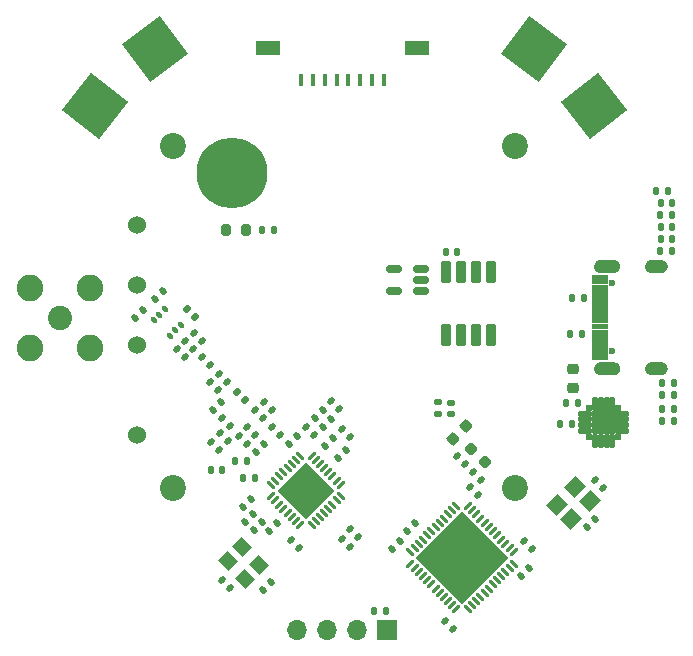
<source format=gbr>
%TF.GenerationSoftware,KiCad,Pcbnew,8.0.1*%
%TF.CreationDate,2025-05-01T03:19:42-07:00*%
%TF.ProjectId,rocketBeaconModule,726f636b-6574-4426-9561-636f6e4d6f64,rev?*%
%TF.SameCoordinates,Original*%
%TF.FileFunction,Soldermask,Top*%
%TF.FilePolarity,Negative*%
%FSLAX46Y46*%
G04 Gerber Fmt 4.6, Leading zero omitted, Abs format (unit mm)*
G04 Created by KiCad (PCBNEW 8.0.1) date 2025-05-01 03:19:42*
%MOMM*%
%LPD*%
G01*
G04 APERTURE LIST*
G04 Aperture macros list*
%AMRoundRect*
0 Rectangle with rounded corners*
0 $1 Rounding radius*
0 $2 $3 $4 $5 $6 $7 $8 $9 X,Y pos of 4 corners*
0 Add a 4 corners polygon primitive as box body*
4,1,4,$2,$3,$4,$5,$6,$7,$8,$9,$2,$3,0*
0 Add four circle primitives for the rounded corners*
1,1,$1+$1,$2,$3*
1,1,$1+$1,$4,$5*
1,1,$1+$1,$6,$7*
1,1,$1+$1,$8,$9*
0 Add four rect primitives between the rounded corners*
20,1,$1+$1,$2,$3,$4,$5,0*
20,1,$1+$1,$4,$5,$6,$7,0*
20,1,$1+$1,$6,$7,$8,$9,0*
20,1,$1+$1,$8,$9,$2,$3,0*%
%AMRotRect*
0 Rectangle, with rotation*
0 The origin of the aperture is its center*
0 $1 length*
0 $2 width*
0 $3 Rotation angle, in degrees counterclockwise*
0 Add horizontal line*
21,1,$1,$2,0,0,$3*%
G04 Aperture macros list end*
%ADD10C,0.010000*%
%ADD11RoundRect,0.140000X-0.219203X-0.021213X-0.021213X-0.219203X0.219203X0.021213X0.021213X0.219203X0*%
%ADD12RoundRect,0.140000X0.219203X0.021213X0.021213X0.219203X-0.219203X-0.021213X-0.021213X-0.219203X0*%
%ADD13RoundRect,0.140000X-0.021213X0.219203X-0.219203X0.021213X0.021213X-0.219203X0.219203X-0.021213X0*%
%ADD14RoundRect,0.062500X0.309359X-0.220971X-0.220971X0.309359X-0.309359X0.220971X0.220971X-0.309359X0*%
%ADD15RoundRect,0.062500X0.309359X0.220971X0.220971X0.309359X-0.309359X-0.220971X-0.220971X-0.309359X0*%
%ADD16RotRect,3.450000X3.450000X135.000000*%
%ADD17RoundRect,0.102000X-0.175000X0.175000X-0.175000X-0.175000X0.175000X-0.175000X0.175000X0.175000X0*%
%ADD18RoundRect,0.102000X-0.150000X-0.450000X0.150000X-0.450000X0.150000X0.450000X-0.150000X0.450000X0*%
%ADD19RoundRect,0.102000X0.450000X-0.150000X0.450000X0.150000X-0.450000X0.150000X-0.450000X-0.150000X0*%
%ADD20RoundRect,0.102000X0.150000X0.450000X-0.150000X0.450000X-0.150000X-0.450000X0.150000X-0.450000X0*%
%ADD21RoundRect,0.102000X-0.450000X0.150000X-0.450000X-0.150000X0.450000X-0.150000X0.450000X0.150000X0*%
%ADD22RoundRect,0.102000X-0.900000X0.900000X-0.900000X-0.900000X0.900000X-0.900000X0.900000X0.900000X0*%
%ADD23RoundRect,0.135000X-0.135000X-0.185000X0.135000X-0.185000X0.135000X0.185000X-0.135000X0.185000X0*%
%ADD24RoundRect,0.140000X0.021213X-0.219203X0.219203X-0.021213X-0.021213X0.219203X-0.219203X0.021213X0*%
%ADD25RoundRect,0.140000X0.170000X-0.140000X0.170000X0.140000X-0.170000X0.140000X-0.170000X-0.140000X0*%
%ADD26R,1.700000X1.700000*%
%ADD27O,1.700000X1.700000*%
%ADD28R,0.400000X1.000000*%
%ADD29R,2.000000X1.300000*%
%ADD30RoundRect,0.140000X-0.140000X-0.170000X0.140000X-0.170000X0.140000X0.170000X-0.140000X0.170000X0*%
%ADD31C,2.200000*%
%ADD32RoundRect,0.135000X-0.185000X0.135000X-0.185000X-0.135000X0.185000X-0.135000X0.185000X0.135000X0*%
%ADD33RoundRect,0.200000X0.200000X0.275000X-0.200000X0.275000X-0.200000X-0.275000X0.200000X-0.275000X0*%
%ADD34RoundRect,0.147500X-0.226274X-0.017678X-0.017678X-0.226274X0.226274X0.017678X0.017678X0.226274X0*%
%ADD35RoundRect,0.140000X0.140000X0.170000X-0.140000X0.170000X-0.140000X-0.170000X0.140000X-0.170000X0*%
%ADD36RoundRect,0.135000X0.135000X0.185000X-0.135000X0.185000X-0.135000X-0.185000X0.135000X-0.185000X0*%
%ADD37RoundRect,0.062500X0.220971X0.309359X-0.309359X-0.220971X-0.220971X-0.309359X0.309359X0.220971X0*%
%ADD38RoundRect,0.062500X-0.220971X0.309359X-0.309359X0.220971X0.220971X-0.309359X0.309359X-0.220971X0*%
%ADD39RotRect,5.600000X5.600000X225.000000*%
%ADD40RoundRect,0.147500X-0.147500X-0.172500X0.147500X-0.172500X0.147500X0.172500X-0.147500X0.172500X0*%
%ADD41RotRect,4.000000X4.000000X37.000000*%
%ADD42RotRect,4.000000X4.000000X52.000000*%
%ADD43RoundRect,0.147500X0.147500X0.172500X-0.147500X0.172500X-0.147500X-0.172500X0.147500X-0.172500X0*%
%ADD44RoundRect,0.100000X-0.229810X0.088388X0.088388X-0.229810X0.229810X-0.088388X-0.088388X0.229810X0*%
%ADD45RoundRect,0.225000X0.250000X-0.225000X0.250000X0.225000X-0.250000X0.225000X-0.250000X-0.225000X0*%
%ADD46RoundRect,0.218750X0.335876X0.026517X0.026517X0.335876X-0.335876X-0.026517X-0.026517X-0.335876X0*%
%ADD47RoundRect,0.150000X0.512500X0.150000X-0.512500X0.150000X-0.512500X-0.150000X0.512500X-0.150000X0*%
%ADD48C,2.050000*%
%ADD49C,2.250000*%
%ADD50RotRect,1.300000X1.100000X315.000000*%
%ADD51C,0.600000*%
%ADD52RoundRect,0.135000X-0.226274X-0.035355X-0.035355X-0.226274X0.226274X0.035355X0.035355X0.226274X0*%
%ADD53RoundRect,0.100500X0.301500X-0.791500X0.301500X0.791500X-0.301500X0.791500X-0.301500X-0.791500X0*%
%ADD54RotRect,1.400000X1.200000X45.000000*%
%ADD55RoundRect,0.225000X0.017678X-0.335876X0.335876X-0.017678X-0.017678X0.335876X-0.335876X0.017678X0*%
%ADD56RotRect,4.000000X4.000000X143.000000*%
%ADD57RotRect,4.000000X4.000000X128.000000*%
%ADD58C,1.524000*%
%ADD59C,6.000000*%
G04 APERTURE END LIST*
D10*
%TO.C,J1*%
X94295000Y-123896000D02*
X93055000Y-123896000D01*
X93055001Y-123196000D01*
X94295000Y-123196000D01*
X94295000Y-123896000D01*
G36*
X94295000Y-123896000D02*
G01*
X93055000Y-123896000D01*
X93055001Y-123196000D01*
X94295000Y-123196000D01*
X94295000Y-123896000D01*
G37*
X94295000Y-124696000D02*
X93055000Y-124696001D01*
X93055000Y-123996000D01*
X94295000Y-123996000D01*
X94295000Y-124696000D01*
G36*
X94295000Y-124696000D02*
G01*
X93055000Y-124696001D01*
X93055000Y-123996000D01*
X94295000Y-123996000D01*
X94295000Y-124696000D01*
G37*
X94295000Y-125195999D02*
X93055000Y-125196000D01*
X93055000Y-124796000D01*
X94295000Y-124796000D01*
X94295000Y-125195999D01*
G36*
X94295000Y-125195999D02*
G01*
X93055000Y-125196000D01*
X93055000Y-124796000D01*
X94295000Y-124796000D01*
X94295000Y-125195999D01*
G37*
X94295000Y-125696000D02*
X93055000Y-125695999D01*
X93055000Y-125296000D01*
X94295000Y-125296000D01*
X94295000Y-125696000D01*
G36*
X94295000Y-125696000D02*
G01*
X93055000Y-125695999D01*
X93055000Y-125296000D01*
X94295000Y-125296000D01*
X94295000Y-125696000D01*
G37*
X94295000Y-125796001D02*
X94295000Y-126196000D01*
X93055000Y-126196000D01*
X93055000Y-125796000D01*
X94295000Y-125796001D01*
G36*
X94295000Y-125796001D02*
G01*
X94295000Y-126196000D01*
X93055000Y-126196000D01*
X93055000Y-125796000D01*
X94295000Y-125796001D01*
G37*
X94295000Y-126696000D02*
X93055000Y-126696000D01*
X93055001Y-126296000D01*
X94295000Y-126296000D01*
X94295000Y-126696000D01*
G36*
X94295000Y-126696000D02*
G01*
X93055000Y-126696000D01*
X93055001Y-126296000D01*
X94295000Y-126296000D01*
X94295000Y-126696000D01*
G37*
X94295000Y-127695999D02*
X93055000Y-127696000D01*
X93055000Y-127296000D01*
X94295000Y-127296000D01*
X94295000Y-127695999D01*
G36*
X94295000Y-127695999D02*
G01*
X93055000Y-127696000D01*
X93055000Y-127296000D01*
X94295000Y-127296000D01*
X94295000Y-127695999D01*
G37*
X94295000Y-128196000D02*
X93055000Y-128196000D01*
X93055000Y-127796001D01*
X94295000Y-127796000D01*
X94295000Y-128196000D01*
G36*
X94295000Y-128196000D02*
G01*
X93055000Y-128196000D01*
X93055000Y-127796001D01*
X94295000Y-127796000D01*
X94295000Y-128196000D01*
G37*
X94295000Y-128296001D02*
X94295000Y-128696000D01*
X93055000Y-128696000D01*
X93055000Y-128296000D01*
X94295000Y-128296001D01*
G36*
X94295000Y-128296001D02*
G01*
X94295000Y-128696000D01*
X93055000Y-128696000D01*
X93055000Y-128296000D01*
X94295000Y-128296001D01*
G37*
X94295000Y-128796000D02*
X94295000Y-129496000D01*
X93055000Y-129496000D01*
X93055000Y-128795999D01*
X94295000Y-128796000D01*
G36*
X94295000Y-128796000D02*
G01*
X94295000Y-129496000D01*
X93055000Y-129496000D01*
X93055000Y-128795999D01*
X94295000Y-128796000D01*
G37*
X94295000Y-127196000D02*
X93055001Y-127196000D01*
X93055000Y-126796000D01*
X94295000Y-126796000D01*
X94295000Y-127196000D01*
G36*
X94295000Y-127196000D02*
G01*
X93055001Y-127196000D01*
X93055000Y-126796000D01*
X94295000Y-126796000D01*
X94295000Y-127196000D01*
G37*
X94295000Y-130296000D02*
X93055001Y-130296000D01*
X93055000Y-129596000D01*
X94295000Y-129596000D01*
X94295000Y-130296000D01*
G36*
X94295000Y-130296000D02*
G01*
X93055001Y-130296000D01*
X93055000Y-129596000D01*
X94295000Y-129596000D01*
X94295000Y-130296000D01*
G37*
X94831000Y-121922000D02*
X94857000Y-121924000D01*
X94883000Y-121927000D01*
X94909001Y-121932000D01*
X94934000Y-121938000D01*
X94960000Y-121945000D01*
X94984000Y-121954000D01*
X95008001Y-121964000D01*
X95032000Y-121975000D01*
X95055000Y-121988000D01*
X95077000Y-122002000D01*
X95099000Y-122016000D01*
X95120000Y-122032001D01*
X95140000Y-122049000D01*
X95159000Y-122067000D01*
X95177000Y-122086000D01*
X95194000Y-122106001D01*
X95210000Y-122127000D01*
X95224000Y-122149000D01*
X95238000Y-122171000D01*
X95251000Y-122194000D01*
X95262000Y-122218000D01*
X95272000Y-122242000D01*
X95281000Y-122266000D01*
X95288000Y-122291999D01*
X95294000Y-122317000D01*
X95299000Y-122343000D01*
X95302000Y-122369000D01*
X95304000Y-122395000D01*
X95305000Y-122421000D01*
X95304000Y-122451000D01*
X95301000Y-122478000D01*
X95297000Y-122504000D01*
X95292000Y-122530000D01*
X95285000Y-122555000D01*
X95278000Y-122580000D01*
X95268000Y-122605000D01*
X95258000Y-122629000D01*
X95246000Y-122652999D01*
X95233000Y-122676000D01*
X95219000Y-122698000D01*
X95203000Y-122720000D01*
X95187000Y-122741000D01*
X95169000Y-122760000D01*
X95151000Y-122779000D01*
X95131000Y-122797000D01*
X95111000Y-122814000D01*
X95090000Y-122830000D01*
X95068000Y-122844000D01*
X95045000Y-122858000D01*
X95021000Y-122870001D01*
X94997000Y-122881000D01*
X94973000Y-122891000D01*
X94948000Y-122899000D01*
X94922000Y-122906000D01*
X94896000Y-122912000D01*
X94869999Y-122916000D01*
X94844000Y-122919000D01*
X94818000Y-122921000D01*
X94795000Y-122921000D01*
X93694999Y-122921000D01*
X93665000Y-122920000D01*
X93640000Y-122917000D01*
X93614000Y-122914000D01*
X93589000Y-122908000D01*
X93563999Y-122902000D01*
X93539000Y-122894000D01*
X93515000Y-122885000D01*
X93491000Y-122875000D01*
X93468000Y-122863000D01*
X93445000Y-122850000D01*
X93422999Y-122836000D01*
X93402001Y-122821000D01*
X93382000Y-122805000D01*
X93362000Y-122788000D01*
X93344000Y-122770000D01*
X93326000Y-122751000D01*
X93310000Y-122731000D01*
X93294000Y-122710000D01*
X93280000Y-122688000D01*
X93267000Y-122666000D01*
X93255000Y-122643000D01*
X93244000Y-122619000D01*
X93235000Y-122595000D01*
X93227000Y-122571000D01*
X93220000Y-122546000D01*
X93214000Y-122520000D01*
X93210000Y-122495000D01*
X93207000Y-122469000D01*
X93205000Y-122443000D01*
X93205000Y-122421000D01*
X93206000Y-122395000D01*
X93208000Y-122369001D01*
X93211000Y-122343000D01*
X93216000Y-122317000D01*
X93222000Y-122292000D01*
X93229000Y-122266000D01*
X93238000Y-122242000D01*
X93248000Y-122218000D01*
X93258999Y-122194000D01*
X93272000Y-122171000D01*
X93286000Y-122149000D01*
X93300000Y-122127000D01*
X93316000Y-122106000D01*
X93333000Y-122086000D01*
X93351000Y-122067000D01*
X93370000Y-122049000D01*
X93390000Y-122032000D01*
X93411001Y-122016000D01*
X93433000Y-122001999D01*
X93455000Y-121988000D01*
X93478000Y-121975000D01*
X93502000Y-121964000D01*
X93526000Y-121954000D01*
X93550000Y-121945000D01*
X93576000Y-121938000D01*
X93601000Y-121932000D01*
X93627000Y-121927000D01*
X93653000Y-121924001D01*
X93679000Y-121922000D01*
X93705000Y-121921000D01*
X94805000Y-121921000D01*
X94831000Y-121922000D01*
G36*
X94831000Y-121922000D02*
G01*
X94857000Y-121924000D01*
X94883000Y-121927000D01*
X94909001Y-121932000D01*
X94934000Y-121938000D01*
X94960000Y-121945000D01*
X94984000Y-121954000D01*
X95008001Y-121964000D01*
X95032000Y-121975000D01*
X95055000Y-121988000D01*
X95077000Y-122002000D01*
X95099000Y-122016000D01*
X95120000Y-122032001D01*
X95140000Y-122049000D01*
X95159000Y-122067000D01*
X95177000Y-122086000D01*
X95194000Y-122106001D01*
X95210000Y-122127000D01*
X95224000Y-122149000D01*
X95238000Y-122171000D01*
X95251000Y-122194000D01*
X95262000Y-122218000D01*
X95272000Y-122242000D01*
X95281000Y-122266000D01*
X95288000Y-122291999D01*
X95294000Y-122317000D01*
X95299000Y-122343000D01*
X95302000Y-122369000D01*
X95304000Y-122395000D01*
X95305000Y-122421000D01*
X95304000Y-122451000D01*
X95301000Y-122478000D01*
X95297000Y-122504000D01*
X95292000Y-122530000D01*
X95285000Y-122555000D01*
X95278000Y-122580000D01*
X95268000Y-122605000D01*
X95258000Y-122629000D01*
X95246000Y-122652999D01*
X95233000Y-122676000D01*
X95219000Y-122698000D01*
X95203000Y-122720000D01*
X95187000Y-122741000D01*
X95169000Y-122760000D01*
X95151000Y-122779000D01*
X95131000Y-122797000D01*
X95111000Y-122814000D01*
X95090000Y-122830000D01*
X95068000Y-122844000D01*
X95045000Y-122858000D01*
X95021000Y-122870001D01*
X94997000Y-122881000D01*
X94973000Y-122891000D01*
X94948000Y-122899000D01*
X94922000Y-122906000D01*
X94896000Y-122912000D01*
X94869999Y-122916000D01*
X94844000Y-122919000D01*
X94818000Y-122921000D01*
X94795000Y-122921000D01*
X93694999Y-122921000D01*
X93665000Y-122920000D01*
X93640000Y-122917000D01*
X93614000Y-122914000D01*
X93589000Y-122908000D01*
X93563999Y-122902000D01*
X93539000Y-122894000D01*
X93515000Y-122885000D01*
X93491000Y-122875000D01*
X93468000Y-122863000D01*
X93445000Y-122850000D01*
X93422999Y-122836000D01*
X93402001Y-122821000D01*
X93382000Y-122805000D01*
X93362000Y-122788000D01*
X93344000Y-122770000D01*
X93326000Y-122751000D01*
X93310000Y-122731000D01*
X93294000Y-122710000D01*
X93280000Y-122688000D01*
X93267000Y-122666000D01*
X93255000Y-122643000D01*
X93244000Y-122619000D01*
X93235000Y-122595000D01*
X93227000Y-122571000D01*
X93220000Y-122546000D01*
X93214000Y-122520000D01*
X93210000Y-122495000D01*
X93207000Y-122469000D01*
X93205000Y-122443000D01*
X93205000Y-122421000D01*
X93206000Y-122395000D01*
X93208000Y-122369001D01*
X93211000Y-122343000D01*
X93216000Y-122317000D01*
X93222000Y-122292000D01*
X93229000Y-122266000D01*
X93238000Y-122242000D01*
X93248000Y-122218000D01*
X93258999Y-122194000D01*
X93272000Y-122171000D01*
X93286000Y-122149000D01*
X93300000Y-122127000D01*
X93316000Y-122106000D01*
X93333000Y-122086000D01*
X93351000Y-122067000D01*
X93370000Y-122049000D01*
X93390000Y-122032000D01*
X93411001Y-122016000D01*
X93433000Y-122001999D01*
X93455000Y-121988000D01*
X93478000Y-121975000D01*
X93502000Y-121964000D01*
X93526000Y-121954000D01*
X93550000Y-121945000D01*
X93576000Y-121938000D01*
X93601000Y-121932000D01*
X93627000Y-121927000D01*
X93653000Y-121924001D01*
X93679000Y-121922000D01*
X93705000Y-121921000D01*
X94805000Y-121921000D01*
X94831000Y-121922000D01*
G37*
X94805000Y-130571000D02*
X94831000Y-130572000D01*
X94857000Y-130574000D01*
X94883000Y-130577000D01*
X94909000Y-130582000D01*
X94934000Y-130588000D01*
X94960000Y-130595000D01*
X94984001Y-130604000D01*
X95008000Y-130614000D01*
X95032000Y-130625000D01*
X95055000Y-130638000D01*
X95077000Y-130652001D01*
X95099000Y-130666000D01*
X95120000Y-130682000D01*
X95140000Y-130699000D01*
X95159000Y-130717000D01*
X95177000Y-130736000D01*
X95194000Y-130756000D01*
X95210000Y-130777000D01*
X95224000Y-130799000D01*
X95238000Y-130821000D01*
X95251000Y-130844001D01*
X95262000Y-130868000D01*
X95272000Y-130892000D01*
X95281000Y-130916000D01*
X95288000Y-130942000D01*
X95294000Y-130967000D01*
X95299000Y-130993000D01*
X95302000Y-131019000D01*
X95304000Y-131045000D01*
X95305000Y-131071000D01*
X95304000Y-131097000D01*
X95302000Y-131123000D01*
X95299000Y-131149000D01*
X95294000Y-131175000D01*
X95288000Y-131200001D01*
X95281000Y-131226000D01*
X95272000Y-131250000D01*
X95262000Y-131274000D01*
X95251000Y-131298000D01*
X95238000Y-131321000D01*
X95224000Y-131343000D01*
X95210000Y-131365000D01*
X95194000Y-131385999D01*
X95177000Y-131406000D01*
X95159000Y-131425000D01*
X95140000Y-131443000D01*
X95120000Y-131459999D01*
X95099000Y-131476000D01*
X95077000Y-131490000D01*
X95055000Y-131504000D01*
X95032000Y-131517000D01*
X95008001Y-131528000D01*
X94984000Y-131538000D01*
X94960000Y-131547000D01*
X94934000Y-131554000D01*
X94909001Y-131560000D01*
X94883000Y-131565000D01*
X94857000Y-131568000D01*
X94831000Y-131570000D01*
X94805000Y-131571000D01*
X93705000Y-131571000D01*
X93679000Y-131570000D01*
X93653000Y-131567999D01*
X93627000Y-131565000D01*
X93601000Y-131560000D01*
X93576000Y-131554000D01*
X93550000Y-131547000D01*
X93526000Y-131538000D01*
X93502000Y-131528000D01*
X93478000Y-131517000D01*
X93455000Y-131504000D01*
X93433000Y-131490001D01*
X93411001Y-131476000D01*
X93390000Y-131460000D01*
X93370000Y-131443000D01*
X93351000Y-131425000D01*
X93333000Y-131406000D01*
X93316000Y-131386000D01*
X93300000Y-131365000D01*
X93286000Y-131343000D01*
X93272000Y-131321000D01*
X93258999Y-131298000D01*
X93248000Y-131274000D01*
X93238000Y-131250000D01*
X93229000Y-131226000D01*
X93222000Y-131200000D01*
X93216000Y-131175000D01*
X93211000Y-131149000D01*
X93208000Y-131122999D01*
X93206000Y-131097000D01*
X93205000Y-131071000D01*
X93206000Y-131045000D01*
X93208000Y-131019000D01*
X93211000Y-130993000D01*
X93216000Y-130967000D01*
X93221999Y-130942000D01*
X93229000Y-130916000D01*
X93238000Y-130892000D01*
X93248000Y-130868000D01*
X93259000Y-130844000D01*
X93272000Y-130821000D01*
X93286000Y-130799000D01*
X93300000Y-130777000D01*
X93316000Y-130756000D01*
X93333000Y-130736000D01*
X93351000Y-130717000D01*
X93370000Y-130699000D01*
X93390000Y-130682000D01*
X93411000Y-130666000D01*
X93433000Y-130652000D01*
X93455000Y-130638000D01*
X93478000Y-130625000D01*
X93502000Y-130614000D01*
X93526000Y-130604000D01*
X93549999Y-130595000D01*
X93576000Y-130588000D01*
X93601000Y-130582001D01*
X93627000Y-130577000D01*
X93653000Y-130574000D01*
X93679000Y-130572000D01*
X93705000Y-130570999D01*
X94805000Y-130571000D01*
G36*
X94805000Y-130571000D02*
G01*
X94831000Y-130572000D01*
X94857000Y-130574000D01*
X94883000Y-130577000D01*
X94909000Y-130582000D01*
X94934000Y-130588000D01*
X94960000Y-130595000D01*
X94984001Y-130604000D01*
X95008000Y-130614000D01*
X95032000Y-130625000D01*
X95055000Y-130638000D01*
X95077000Y-130652001D01*
X95099000Y-130666000D01*
X95120000Y-130682000D01*
X95140000Y-130699000D01*
X95159000Y-130717000D01*
X95177000Y-130736000D01*
X95194000Y-130756000D01*
X95210000Y-130777000D01*
X95224000Y-130799000D01*
X95238000Y-130821000D01*
X95251000Y-130844001D01*
X95262000Y-130868000D01*
X95272000Y-130892000D01*
X95281000Y-130916000D01*
X95288000Y-130942000D01*
X95294000Y-130967000D01*
X95299000Y-130993000D01*
X95302000Y-131019000D01*
X95304000Y-131045000D01*
X95305000Y-131071000D01*
X95304000Y-131097000D01*
X95302000Y-131123000D01*
X95299000Y-131149000D01*
X95294000Y-131175000D01*
X95288000Y-131200001D01*
X95281000Y-131226000D01*
X95272000Y-131250000D01*
X95262000Y-131274000D01*
X95251000Y-131298000D01*
X95238000Y-131321000D01*
X95224000Y-131343000D01*
X95210000Y-131365000D01*
X95194000Y-131385999D01*
X95177000Y-131406000D01*
X95159000Y-131425000D01*
X95140000Y-131443000D01*
X95120000Y-131459999D01*
X95099000Y-131476000D01*
X95077000Y-131490000D01*
X95055000Y-131504000D01*
X95032000Y-131517000D01*
X95008001Y-131528000D01*
X94984000Y-131538000D01*
X94960000Y-131547000D01*
X94934000Y-131554000D01*
X94909001Y-131560000D01*
X94883000Y-131565000D01*
X94857000Y-131568000D01*
X94831000Y-131570000D01*
X94805000Y-131571000D01*
X93705000Y-131571000D01*
X93679000Y-131570000D01*
X93653000Y-131567999D01*
X93627000Y-131565000D01*
X93601000Y-131560000D01*
X93576000Y-131554000D01*
X93550000Y-131547000D01*
X93526000Y-131538000D01*
X93502000Y-131528000D01*
X93478000Y-131517000D01*
X93455000Y-131504000D01*
X93433000Y-131490001D01*
X93411001Y-131476000D01*
X93390000Y-131460000D01*
X93370000Y-131443000D01*
X93351000Y-131425000D01*
X93333000Y-131406000D01*
X93316000Y-131386000D01*
X93300000Y-131365000D01*
X93286000Y-131343000D01*
X93272000Y-131321000D01*
X93258999Y-131298000D01*
X93248000Y-131274000D01*
X93238000Y-131250000D01*
X93229000Y-131226000D01*
X93222000Y-131200000D01*
X93216000Y-131175000D01*
X93211000Y-131149000D01*
X93208000Y-131122999D01*
X93206000Y-131097000D01*
X93205000Y-131071000D01*
X93206000Y-131045000D01*
X93208000Y-131019000D01*
X93211000Y-130993000D01*
X93216000Y-130967000D01*
X93221999Y-130942000D01*
X93229000Y-130916000D01*
X93238000Y-130892000D01*
X93248000Y-130868000D01*
X93259000Y-130844000D01*
X93272000Y-130821000D01*
X93286000Y-130799000D01*
X93300000Y-130777000D01*
X93316000Y-130756000D01*
X93333000Y-130736000D01*
X93351000Y-130717000D01*
X93370000Y-130699000D01*
X93390000Y-130682000D01*
X93411000Y-130666000D01*
X93433000Y-130652000D01*
X93455000Y-130638000D01*
X93478000Y-130625000D01*
X93502000Y-130614000D01*
X93526000Y-130604000D01*
X93549999Y-130595000D01*
X93576000Y-130588000D01*
X93601000Y-130582001D01*
X93627000Y-130577000D01*
X93653000Y-130574000D01*
X93679000Y-130572000D01*
X93705000Y-130570999D01*
X94805000Y-130571000D01*
G37*
X98851000Y-121921999D02*
X98877000Y-121924000D01*
X98903000Y-121926999D01*
X98929000Y-121932000D01*
X98954000Y-121938000D01*
X98980000Y-121945000D01*
X99004000Y-121954000D01*
X99028000Y-121964000D01*
X99051999Y-121975000D01*
X99074999Y-121988000D01*
X99097000Y-122002000D01*
X99119000Y-122016000D01*
X99140000Y-122032000D01*
X99160000Y-122049000D01*
X99179000Y-122067000D01*
X99197000Y-122086000D01*
X99214000Y-122106000D01*
X99230000Y-122127000D01*
X99244000Y-122149001D01*
X99257999Y-122171000D01*
X99271000Y-122194000D01*
X99282000Y-122218000D01*
X99292001Y-122242000D01*
X99301000Y-122266000D01*
X99308000Y-122292000D01*
X99314000Y-122317000D01*
X99319000Y-122343000D01*
X99322000Y-122369000D01*
X99324000Y-122394999D01*
X99325000Y-122421000D01*
X99324000Y-122447000D01*
X99322000Y-122473000D01*
X99319000Y-122499000D01*
X99314000Y-122525000D01*
X99308000Y-122550000D01*
X99301000Y-122576000D01*
X99292000Y-122600000D01*
X99282000Y-122624000D01*
X99271000Y-122648000D01*
X99258000Y-122671000D01*
X99244000Y-122693000D01*
X99230000Y-122715001D01*
X99214000Y-122736000D01*
X99196999Y-122756000D01*
X99179000Y-122774999D01*
X99160000Y-122792999D01*
X99140000Y-122810000D01*
X99119001Y-122826000D01*
X99097000Y-122840000D01*
X99075000Y-122854000D01*
X99052000Y-122867000D01*
X99027999Y-122878000D01*
X99004000Y-122888000D01*
X98980000Y-122897000D01*
X98954000Y-122904000D01*
X98929000Y-122910000D01*
X98903000Y-122915000D01*
X98877000Y-122918000D01*
X98851000Y-122920000D01*
X98825000Y-122921000D01*
X98025000Y-122921000D01*
X97999000Y-122920000D01*
X97973000Y-122918000D01*
X97947000Y-122915000D01*
X97921000Y-122910000D01*
X97896000Y-122904000D01*
X97870000Y-122897000D01*
X97846000Y-122888000D01*
X97822001Y-122878000D01*
X97798000Y-122867000D01*
X97775000Y-122854000D01*
X97753000Y-122840000D01*
X97730999Y-122826000D01*
X97710000Y-122810000D01*
X97690000Y-122792999D01*
X97671000Y-122774999D01*
X97653001Y-122756000D01*
X97636000Y-122736000D01*
X97620000Y-122715001D01*
X97606000Y-122693000D01*
X97592000Y-122671000D01*
X97579000Y-122648000D01*
X97568000Y-122624000D01*
X97558000Y-122600000D01*
X97549000Y-122576000D01*
X97542000Y-122550000D01*
X97536000Y-122525000D01*
X97531000Y-122499000D01*
X97528000Y-122473000D01*
X97526000Y-122447000D01*
X97525000Y-122421000D01*
X97526000Y-122394999D01*
X97528000Y-122369000D01*
X97531000Y-122343000D01*
X97536000Y-122317000D01*
X97542000Y-122292000D01*
X97549000Y-122266000D01*
X97557999Y-122242000D01*
X97568000Y-122218000D01*
X97579000Y-122194000D01*
X97592001Y-122171000D01*
X97606000Y-122149001D01*
X97620000Y-122127000D01*
X97636000Y-122106000D01*
X97653000Y-122086000D01*
X97671000Y-122067000D01*
X97690000Y-122049000D01*
X97710000Y-122032000D01*
X97731000Y-122016000D01*
X97753000Y-122002000D01*
X97775001Y-121988000D01*
X97798001Y-121975000D01*
X97822000Y-121964000D01*
X97846000Y-121954000D01*
X97870000Y-121945000D01*
X97896000Y-121938000D01*
X97921000Y-121932000D01*
X97947000Y-121926999D01*
X97973000Y-121924000D01*
X97999000Y-121921999D01*
X98025000Y-121921000D01*
X98825000Y-121921000D01*
X98851000Y-121921999D01*
G36*
X98851000Y-121921999D02*
G01*
X98877000Y-121924000D01*
X98903000Y-121926999D01*
X98929000Y-121932000D01*
X98954000Y-121938000D01*
X98980000Y-121945000D01*
X99004000Y-121954000D01*
X99028000Y-121964000D01*
X99051999Y-121975000D01*
X99074999Y-121988000D01*
X99097000Y-122002000D01*
X99119000Y-122016000D01*
X99140000Y-122032000D01*
X99160000Y-122049000D01*
X99179000Y-122067000D01*
X99197000Y-122086000D01*
X99214000Y-122106000D01*
X99230000Y-122127000D01*
X99244000Y-122149001D01*
X99257999Y-122171000D01*
X99271000Y-122194000D01*
X99282000Y-122218000D01*
X99292001Y-122242000D01*
X99301000Y-122266000D01*
X99308000Y-122292000D01*
X99314000Y-122317000D01*
X99319000Y-122343000D01*
X99322000Y-122369000D01*
X99324000Y-122394999D01*
X99325000Y-122421000D01*
X99324000Y-122447000D01*
X99322000Y-122473000D01*
X99319000Y-122499000D01*
X99314000Y-122525000D01*
X99308000Y-122550000D01*
X99301000Y-122576000D01*
X99292000Y-122600000D01*
X99282000Y-122624000D01*
X99271000Y-122648000D01*
X99258000Y-122671000D01*
X99244000Y-122693000D01*
X99230000Y-122715001D01*
X99214000Y-122736000D01*
X99196999Y-122756000D01*
X99179000Y-122774999D01*
X99160000Y-122792999D01*
X99140000Y-122810000D01*
X99119001Y-122826000D01*
X99097000Y-122840000D01*
X99075000Y-122854000D01*
X99052000Y-122867000D01*
X99027999Y-122878000D01*
X99004000Y-122888000D01*
X98980000Y-122897000D01*
X98954000Y-122904000D01*
X98929000Y-122910000D01*
X98903000Y-122915000D01*
X98877000Y-122918000D01*
X98851000Y-122920000D01*
X98825000Y-122921000D01*
X98025000Y-122921000D01*
X97999000Y-122920000D01*
X97973000Y-122918000D01*
X97947000Y-122915000D01*
X97921000Y-122910000D01*
X97896000Y-122904000D01*
X97870000Y-122897000D01*
X97846000Y-122888000D01*
X97822001Y-122878000D01*
X97798000Y-122867000D01*
X97775000Y-122854000D01*
X97753000Y-122840000D01*
X97730999Y-122826000D01*
X97710000Y-122810000D01*
X97690000Y-122792999D01*
X97671000Y-122774999D01*
X97653001Y-122756000D01*
X97636000Y-122736000D01*
X97620000Y-122715001D01*
X97606000Y-122693000D01*
X97592000Y-122671000D01*
X97579000Y-122648000D01*
X97568000Y-122624000D01*
X97558000Y-122600000D01*
X97549000Y-122576000D01*
X97542000Y-122550000D01*
X97536000Y-122525000D01*
X97531000Y-122499000D01*
X97528000Y-122473000D01*
X97526000Y-122447000D01*
X97525000Y-122421000D01*
X97526000Y-122394999D01*
X97528000Y-122369000D01*
X97531000Y-122343000D01*
X97536000Y-122317000D01*
X97542000Y-122292000D01*
X97549000Y-122266000D01*
X97557999Y-122242000D01*
X97568000Y-122218000D01*
X97579000Y-122194000D01*
X97592001Y-122171000D01*
X97606000Y-122149001D01*
X97620000Y-122127000D01*
X97636000Y-122106000D01*
X97653000Y-122086000D01*
X97671000Y-122067000D01*
X97690000Y-122049000D01*
X97710000Y-122032000D01*
X97731000Y-122016000D01*
X97753000Y-122002000D01*
X97775001Y-121988000D01*
X97798001Y-121975000D01*
X97822000Y-121964000D01*
X97846000Y-121954000D01*
X97870000Y-121945000D01*
X97896000Y-121938000D01*
X97921000Y-121932000D01*
X97947000Y-121926999D01*
X97973000Y-121924000D01*
X97999000Y-121921999D01*
X98025000Y-121921000D01*
X98825000Y-121921000D01*
X98851000Y-121921999D01*
G37*
X98851000Y-130572000D02*
X98877000Y-130574000D01*
X98903000Y-130577000D01*
X98929000Y-130582000D01*
X98954000Y-130588000D01*
X98980000Y-130595000D01*
X99004000Y-130604000D01*
X99027999Y-130614000D01*
X99052000Y-130625000D01*
X99075000Y-130638000D01*
X99097000Y-130652000D01*
X99119001Y-130666000D01*
X99140000Y-130682000D01*
X99160000Y-130699001D01*
X99179000Y-130717001D01*
X99196999Y-130736000D01*
X99214000Y-130756000D01*
X99230000Y-130776999D01*
X99244000Y-130799000D01*
X99258000Y-130821000D01*
X99271000Y-130844000D01*
X99282000Y-130868000D01*
X99292000Y-130892000D01*
X99301000Y-130916000D01*
X99308000Y-130942000D01*
X99314000Y-130967000D01*
X99319000Y-130993000D01*
X99322000Y-131019000D01*
X99324000Y-131045000D01*
X99325000Y-131071000D01*
X99324000Y-131097001D01*
X99322000Y-131123000D01*
X99319000Y-131149000D01*
X99314000Y-131175000D01*
X99308000Y-131200000D01*
X99301000Y-131226000D01*
X99292001Y-131250000D01*
X99282000Y-131274000D01*
X99271000Y-131298000D01*
X99257999Y-131321000D01*
X99244000Y-131342999D01*
X99230000Y-131365000D01*
X99214000Y-131386000D01*
X99197000Y-131406000D01*
X99179000Y-131425000D01*
X99160000Y-131443000D01*
X99140000Y-131460000D01*
X99119000Y-131476000D01*
X99097000Y-131490000D01*
X99074999Y-131504000D01*
X99051999Y-131517000D01*
X99028000Y-131528000D01*
X99004000Y-131538000D01*
X98980000Y-131547000D01*
X98954000Y-131554000D01*
X98929000Y-131560000D01*
X98903000Y-131565001D01*
X98877000Y-131568000D01*
X98851000Y-131570001D01*
X98825000Y-131571000D01*
X98025000Y-131571000D01*
X97999000Y-131570001D01*
X97973000Y-131568000D01*
X97947000Y-131565001D01*
X97921000Y-131560000D01*
X97896000Y-131554000D01*
X97870000Y-131547000D01*
X97846000Y-131538000D01*
X97822000Y-131528000D01*
X97798001Y-131517000D01*
X97775001Y-131504000D01*
X97753000Y-131490000D01*
X97731000Y-131476000D01*
X97710000Y-131460000D01*
X97690000Y-131443000D01*
X97671000Y-131425000D01*
X97653000Y-131406000D01*
X97636000Y-131386000D01*
X97620000Y-131365000D01*
X97606000Y-131342999D01*
X97592001Y-131321000D01*
X97579000Y-131298000D01*
X97568000Y-131274000D01*
X97557999Y-131250000D01*
X97549000Y-131226000D01*
X97542000Y-131200000D01*
X97536000Y-131175000D01*
X97531000Y-131149000D01*
X97528000Y-131123000D01*
X97526000Y-131097001D01*
X97525000Y-131071000D01*
X97526000Y-131045000D01*
X97528000Y-131019000D01*
X97531000Y-130993000D01*
X97536000Y-130967000D01*
X97542000Y-130942000D01*
X97549000Y-130916000D01*
X97558000Y-130892000D01*
X97568000Y-130868000D01*
X97579000Y-130844000D01*
X97592000Y-130821000D01*
X97606000Y-130799000D01*
X97620000Y-130776999D01*
X97636000Y-130756000D01*
X97653001Y-130736000D01*
X97671000Y-130717001D01*
X97690000Y-130699001D01*
X97710000Y-130682000D01*
X97730999Y-130666000D01*
X97753000Y-130652000D01*
X97775000Y-130638000D01*
X97798000Y-130625000D01*
X97822001Y-130614000D01*
X97846000Y-130604000D01*
X97870000Y-130595000D01*
X97896000Y-130588000D01*
X97921000Y-130582000D01*
X97947000Y-130577000D01*
X97973000Y-130574000D01*
X97999000Y-130572000D01*
X98025000Y-130571000D01*
X98825000Y-130571000D01*
X98851000Y-130572000D01*
G36*
X98851000Y-130572000D02*
G01*
X98877000Y-130574000D01*
X98903000Y-130577000D01*
X98929000Y-130582000D01*
X98954000Y-130588000D01*
X98980000Y-130595000D01*
X99004000Y-130604000D01*
X99027999Y-130614000D01*
X99052000Y-130625000D01*
X99075000Y-130638000D01*
X99097000Y-130652000D01*
X99119001Y-130666000D01*
X99140000Y-130682000D01*
X99160000Y-130699001D01*
X99179000Y-130717001D01*
X99196999Y-130736000D01*
X99214000Y-130756000D01*
X99230000Y-130776999D01*
X99244000Y-130799000D01*
X99258000Y-130821000D01*
X99271000Y-130844000D01*
X99282000Y-130868000D01*
X99292000Y-130892000D01*
X99301000Y-130916000D01*
X99308000Y-130942000D01*
X99314000Y-130967000D01*
X99319000Y-130993000D01*
X99322000Y-131019000D01*
X99324000Y-131045000D01*
X99325000Y-131071000D01*
X99324000Y-131097001D01*
X99322000Y-131123000D01*
X99319000Y-131149000D01*
X99314000Y-131175000D01*
X99308000Y-131200000D01*
X99301000Y-131226000D01*
X99292001Y-131250000D01*
X99282000Y-131274000D01*
X99271000Y-131298000D01*
X99257999Y-131321000D01*
X99244000Y-131342999D01*
X99230000Y-131365000D01*
X99214000Y-131386000D01*
X99197000Y-131406000D01*
X99179000Y-131425000D01*
X99160000Y-131443000D01*
X99140000Y-131460000D01*
X99119000Y-131476000D01*
X99097000Y-131490000D01*
X99074999Y-131504000D01*
X99051999Y-131517000D01*
X99028000Y-131528000D01*
X99004000Y-131538000D01*
X98980000Y-131547000D01*
X98954000Y-131554000D01*
X98929000Y-131560000D01*
X98903000Y-131565001D01*
X98877000Y-131568000D01*
X98851000Y-131570001D01*
X98825000Y-131571000D01*
X98025000Y-131571000D01*
X97999000Y-131570001D01*
X97973000Y-131568000D01*
X97947000Y-131565001D01*
X97921000Y-131560000D01*
X97896000Y-131554000D01*
X97870000Y-131547000D01*
X97846000Y-131538000D01*
X97822000Y-131528000D01*
X97798001Y-131517000D01*
X97775001Y-131504000D01*
X97753000Y-131490000D01*
X97731000Y-131476000D01*
X97710000Y-131460000D01*
X97690000Y-131443000D01*
X97671000Y-131425000D01*
X97653000Y-131406000D01*
X97636000Y-131386000D01*
X97620000Y-131365000D01*
X97606000Y-131342999D01*
X97592001Y-131321000D01*
X97579000Y-131298000D01*
X97568000Y-131274000D01*
X97557999Y-131250000D01*
X97549000Y-131226000D01*
X97542000Y-131200000D01*
X97536000Y-131175000D01*
X97531000Y-131149000D01*
X97528000Y-131123000D01*
X97526000Y-131097001D01*
X97525000Y-131071000D01*
X97526000Y-131045000D01*
X97528000Y-131019000D01*
X97531000Y-130993000D01*
X97536000Y-130967000D01*
X97542000Y-130942000D01*
X97549000Y-130916000D01*
X97558000Y-130892000D01*
X97568000Y-130868000D01*
X97579000Y-130844000D01*
X97592000Y-130821000D01*
X97606000Y-130799000D01*
X97620000Y-130776999D01*
X97636000Y-130756000D01*
X97653001Y-130736000D01*
X97671000Y-130717001D01*
X97690000Y-130699001D01*
X97710000Y-130682000D01*
X97730999Y-130666000D01*
X97753000Y-130652000D01*
X97775000Y-130638000D01*
X97798000Y-130625000D01*
X97822001Y-130614000D01*
X97846000Y-130604000D01*
X97870000Y-130595000D01*
X97896000Y-130588000D01*
X97921000Y-130582000D01*
X97947000Y-130577000D01*
X97973000Y-130574000D01*
X97999000Y-130572000D01*
X98025000Y-130571000D01*
X98825000Y-130571000D01*
X98851000Y-130572000D01*
G37*
%TD*%
D11*
%TO.C,R9*%
X68782827Y-136038674D03*
X69461649Y-136717496D03*
%TD*%
D12*
%TO.C,C7*%
X87969411Y-146389411D03*
X87290589Y-145710589D03*
%TD*%
D13*
%TO.C,L1*%
X68044607Y-136776893D03*
X67365785Y-137455715D03*
%TD*%
D14*
%TO.C,U3*%
X69268963Y-144387837D03*
X69622516Y-144034283D03*
X69976070Y-143680730D03*
X70329623Y-143327176D03*
X70683176Y-142973623D03*
X71036730Y-142620070D03*
X71390283Y-142266516D03*
X71743837Y-141912963D03*
D15*
X71743837Y-140940691D03*
X71390283Y-140587138D03*
X71036730Y-140233584D03*
X70683176Y-139880031D03*
X70329623Y-139526478D03*
X69976070Y-139172924D03*
X69622516Y-138819371D03*
X69268963Y-138465817D03*
D14*
X68296691Y-138465817D03*
X67943138Y-138819371D03*
X67589584Y-139172924D03*
X67236031Y-139526478D03*
X66882478Y-139880031D03*
X66528924Y-140233584D03*
X66175371Y-140587138D03*
X65821817Y-140940691D03*
D15*
X65821817Y-141912963D03*
X66175371Y-142266516D03*
X66528924Y-142620070D03*
X66882478Y-142973623D03*
X67236031Y-143327176D03*
X67589584Y-143680730D03*
X67943138Y-144034283D03*
X68296691Y-144387837D03*
D16*
X68782827Y-141426827D03*
%TD*%
D17*
%TO.C,U2*%
X95242000Y-134412000D03*
D18*
X94742001Y-134112000D03*
X94242000Y-134112000D03*
X93742000Y-134112000D03*
X93241999Y-134112000D03*
D17*
X92742000Y-134412000D03*
D19*
X92442000Y-134911999D03*
X92442000Y-135412000D03*
X92442000Y-135912000D03*
X92442000Y-136412001D03*
D17*
X92742000Y-136912000D03*
D20*
X93241999Y-137212000D03*
X93742000Y-137212000D03*
X94242000Y-137212000D03*
X94742001Y-137212000D03*
D17*
X95242000Y-136912000D03*
D21*
X95542000Y-136412001D03*
X95542000Y-135912000D03*
X95542000Y-135412000D03*
X95542000Y-134911999D03*
D22*
X93992000Y-135662000D03*
%TD*%
D13*
%TO.C,C36*%
X65815068Y-149210245D03*
X65136246Y-149889067D03*
%TD*%
D23*
%TO.C,R3*%
X91184000Y-128143000D03*
X92204000Y-128143000D03*
%TD*%
D12*
%TO.C,C11*%
X83651411Y-140547411D03*
X82972589Y-139868589D03*
%TD*%
D24*
%TO.C,C26*%
X69540846Y-135280655D03*
X70219668Y-134601833D03*
%TD*%
D11*
%TO.C,C16*%
X72558589Y-144694589D03*
X73237411Y-145373411D03*
%TD*%
D23*
%TO.C,R10*%
X98931000Y-132334000D03*
X99951000Y-132334000D03*
%TD*%
D12*
%TO.C,L7*%
X62077600Y-132232400D03*
X61398778Y-131553578D03*
%TD*%
D11*
%TO.C,C32*%
X60767702Y-137315824D03*
X61446524Y-137994646D03*
%TD*%
D24*
%TO.C,C29*%
X63434272Y-142824070D03*
X64113094Y-142145248D03*
%TD*%
D12*
%TO.C,C70*%
X59978611Y-128761811D03*
X59299789Y-128082989D03*
%TD*%
%TO.C,C8*%
X81280000Y-153162000D03*
X80601178Y-152483178D03*
%TD*%
%TO.C,C68*%
X59267411Y-129422211D03*
X58588589Y-128743389D03*
%TD*%
D24*
%TO.C,C3*%
X92624589Y-144484411D03*
X93303411Y-143805589D03*
%TD*%
D12*
%TO.C,L6*%
X62324751Y-135999191D03*
X61645929Y-135320369D03*
%TD*%
D25*
%TO.C,C67*%
X81076800Y-134947600D03*
X81076800Y-133987600D03*
%TD*%
D26*
%TO.C,J6*%
X75631200Y-153263600D03*
D27*
X73091200Y-153263600D03*
X70551201Y-153263600D03*
X68011200Y-153263600D03*
%TD*%
D12*
%TO.C,C10*%
X83397411Y-141817411D03*
X82718589Y-141138589D03*
%TD*%
D11*
%TO.C,C33*%
X63102569Y-136777009D03*
X63781391Y-137455831D03*
%TD*%
D28*
%TO.C,EX1*%
X75382000Y-106693999D03*
X74382000Y-106693999D03*
X73382000Y-106693999D03*
X72382000Y-106693999D03*
X71382000Y-106693999D03*
X70382000Y-106693999D03*
X69382000Y-106693999D03*
X68382000Y-106693999D03*
D29*
X78182000Y-103993999D03*
X65582000Y-103993999D03*
%TD*%
D30*
%TO.C,C20*%
X62816800Y-138938000D03*
X63776800Y-138938000D03*
%TD*%
D31*
%TO.C,H1*%
X86512400Y-141224000D03*
%TD*%
D23*
%TO.C,R17*%
X65072801Y-119329200D03*
X66092799Y-119329200D03*
%TD*%
D12*
%TO.C,C37*%
X61339381Y-132931022D03*
X60660559Y-132252200D03*
%TD*%
D32*
%TO.C,R18*%
X80010000Y-133957601D03*
X80010000Y-134977599D03*
%TD*%
D33*
%TO.C,TH1*%
X63715400Y-119329200D03*
X62065400Y-119329200D03*
%TD*%
D24*
%TO.C,C73*%
X55997789Y-125205811D03*
X56676611Y-124526989D03*
%TD*%
D34*
%TO.C,L16*%
X62953853Y-133057853D03*
X63639747Y-133743747D03*
%TD*%
D11*
%TO.C,C6*%
X93259589Y-140503589D03*
X93938411Y-141182411D03*
%TD*%
D12*
%TO.C,R13*%
X60640759Y-130795559D03*
X59961937Y-130116737D03*
%TD*%
D35*
%TO.C,C21*%
X64465200Y-140349196D03*
X63505200Y-140349196D03*
%TD*%
D13*
%TO.C,C4*%
X87715411Y-147996589D03*
X87036589Y-148675411D03*
%TD*%
D23*
%TO.C,R11*%
X98931000Y-135509000D03*
X99951000Y-135509000D03*
%TD*%
D35*
%TO.C,C24*%
X61694000Y-139700000D03*
X60734000Y-139700000D03*
%TD*%
D36*
%TO.C,R5*%
X99823999Y-121158000D03*
X98804001Y-121158000D03*
%TD*%
D31*
%TO.C,H2*%
X57505600Y-112217200D03*
%TD*%
D11*
%TO.C,C15*%
X71882000Y-145542000D03*
X72560822Y-146220822D03*
%TD*%
D37*
%TO.C,U1*%
X86395359Y-146637087D03*
X86041806Y-146283534D03*
X85688252Y-145929980D03*
X85334699Y-145576427D03*
X84981146Y-145222874D03*
X84627592Y-144869320D03*
X84274039Y-144515767D03*
X83920485Y-144162213D03*
X83566932Y-143808660D03*
X83213379Y-143455107D03*
X82859825Y-143101553D03*
X82506272Y-142748000D03*
D38*
X81534000Y-142748000D03*
X81180447Y-143101553D03*
X80826893Y-143455107D03*
X80473340Y-143808660D03*
X80119787Y-144162213D03*
X79766233Y-144515767D03*
X79412680Y-144869320D03*
X79059126Y-145222874D03*
X78705573Y-145576427D03*
X78352020Y-145929980D03*
X77998466Y-146283534D03*
X77644913Y-146637087D03*
D37*
X77644913Y-147609359D03*
X77998466Y-147962912D03*
X78352020Y-148316466D03*
X78705573Y-148670019D03*
X79059126Y-149023572D03*
X79412680Y-149377126D03*
X79766233Y-149730679D03*
X80119787Y-150084233D03*
X80473340Y-150437786D03*
X80826893Y-150791339D03*
X81180447Y-151144893D03*
X81534000Y-151498446D03*
D38*
X82506272Y-151498446D03*
X82859825Y-151144893D03*
X83213379Y-150791339D03*
X83566932Y-150437786D03*
X83920485Y-150084233D03*
X84274039Y-149730679D03*
X84627592Y-149377126D03*
X84981146Y-149023572D03*
X85334699Y-148670019D03*
X85688252Y-148316466D03*
X86041806Y-147962912D03*
X86395359Y-147609359D03*
D39*
X82020136Y-147123223D03*
%TD*%
D40*
%TO.C,D4*%
X98956000Y-133350000D03*
X99926000Y-133350000D03*
%TD*%
D41*
%TO.C,J4*%
X56007000Y-104013000D03*
%TD*%
D40*
%TO.C,D5*%
X98956000Y-134493000D03*
X99926000Y-134493000D03*
%TD*%
D42*
%TO.C,J5*%
X50927000Y-108839000D03*
%TD*%
D31*
%TO.C,H4*%
X86512400Y-112217200D03*
%TD*%
D43*
%TO.C,D1*%
X99799000Y-120142000D03*
X98829000Y-120142000D03*
%TD*%
D44*
%TO.C,PE4259-63*%
X56836268Y-126071829D03*
X56376649Y-126531449D03*
X55917029Y-126991068D03*
X57260532Y-128334571D03*
X57720151Y-127874951D03*
X58179771Y-127415332D03*
%TD*%
D13*
%TO.C,C72*%
X55000211Y-126101789D03*
X54321389Y-126780611D03*
%TD*%
D36*
%TO.C,R1*%
X75592399Y-151638000D03*
X74572401Y-151638000D03*
%TD*%
D43*
%TO.C,D3*%
X99799000Y-119126000D03*
X98829000Y-119126000D03*
%TD*%
D45*
%TO.C,C1*%
X91440000Y-132728000D03*
X91440000Y-131178000D03*
%TD*%
D12*
%TO.C,L5*%
X65190724Y-135320253D03*
X64511902Y-134641431D03*
%TD*%
%TO.C,C69*%
X58556211Y-130133411D03*
X57877389Y-129454589D03*
%TD*%
D11*
%TO.C,C30*%
X65948743Y-136078272D03*
X66627565Y-136757094D03*
%TD*%
D24*
%TO.C,C28*%
X64389000Y-144780000D03*
X65067822Y-144101178D03*
%TD*%
D12*
%TO.C,R8*%
X72514937Y-136897101D03*
X71836115Y-136218279D03*
%TD*%
D35*
%TO.C,C13*%
X91793000Y-133985000D03*
X90833000Y-133985000D03*
%TD*%
D11*
%TO.C,C31*%
X61723748Y-149030640D03*
X62402570Y-149709462D03*
%TD*%
D23*
%TO.C,R4*%
X91311000Y-125095000D03*
X92331000Y-125095000D03*
%TD*%
D36*
%TO.C,R6*%
X99442999Y-116078000D03*
X98423001Y-116078000D03*
%TD*%
D13*
%TO.C,C9*%
X78063411Y-144186589D03*
X77384589Y-144865411D03*
%TD*%
D46*
%TO.C,FB1*%
X83917694Y-139035694D03*
X82804000Y-137922000D03*
%TD*%
D23*
%TO.C,R12*%
X90295000Y-135763000D03*
X91315000Y-135763000D03*
%TD*%
D43*
%TO.C,D2*%
X99799000Y-117094000D03*
X98829000Y-117094000D03*
%TD*%
D24*
%TO.C,C19*%
X70419073Y-137635320D03*
X71097895Y-136956498D03*
%TD*%
D11*
%TO.C,C27*%
X70938089Y-133883412D03*
X71616911Y-134562234D03*
%TD*%
D24*
%TO.C,C22*%
X70239467Y-136018874D03*
X70918289Y-135340052D03*
%TD*%
D31*
%TO.C,H3*%
X57505600Y-141224000D03*
%TD*%
D24*
%TO.C,C5*%
X76114589Y-146389411D03*
X76793411Y-145710589D03*
%TD*%
%TO.C,C23*%
X63668589Y-144103411D03*
X64347411Y-143424589D03*
%TD*%
D12*
%TO.C,L4*%
X64499811Y-136737411D03*
X63820989Y-136058589D03*
%TD*%
D13*
%TO.C,L2*%
X65218232Y-137495430D03*
X64539410Y-138174252D03*
%TD*%
D47*
%TO.C,U8*%
X78556700Y-124560499D03*
X78556700Y-123610500D03*
X78556700Y-122660501D03*
X76281700Y-122660501D03*
X76281700Y-124560499D03*
%TD*%
D11*
%TO.C,C12*%
X81617178Y-138513178D03*
X82296000Y-139192000D03*
%TD*%
D48*
%TO.C,AE2*%
X47955200Y-126796800D03*
D49*
X45415200Y-124256800D03*
X45415200Y-129336800D03*
X50495200Y-124256800D03*
X50495200Y-129336800D03*
%TD*%
D50*
%TO.C,X1*%
X62174175Y-147414901D03*
X63659099Y-148899825D03*
X64825825Y-147733099D03*
X63340901Y-146248175D03*
%TD*%
D51*
%TO.C,J1*%
X94745000Y-129636001D03*
X94745000Y-123855999D03*
%TD*%
D12*
%TO.C,L3*%
X62164945Y-137276226D03*
X61486123Y-136597404D03*
%TD*%
%TO.C,C18*%
X68224213Y-146256366D03*
X67545391Y-145577544D03*
%TD*%
D24*
%TO.C,C35*%
X60925389Y-134603811D03*
X61604211Y-133924989D03*
%TD*%
%TO.C,C17*%
X71496703Y-138712951D03*
X72175525Y-138034129D03*
%TD*%
%TO.C,C25*%
X65684400Y-144881600D03*
X66363222Y-144202778D03*
%TD*%
D52*
%TO.C,R19*%
X58719776Y-126029776D03*
X59441024Y-126751024D03*
%TD*%
D11*
%TO.C,C34*%
X65230323Y-133923010D03*
X65909145Y-134601832D03*
%TD*%
D36*
%TO.C,R7*%
X99823999Y-118110000D03*
X98804001Y-118110000D03*
%TD*%
D53*
%TO.C,U7*%
X80645000Y-128296502D03*
X81915000Y-128296501D03*
X83185000Y-128296501D03*
X84455000Y-128296502D03*
X84455000Y-122956500D03*
X83185000Y-122956501D03*
X81915000Y-122956501D03*
X80645000Y-122956500D03*
%TD*%
D54*
%TO.C,Y1*%
X91263223Y-143872858D03*
X92818858Y-142317223D03*
X91616777Y-141115142D03*
X90061142Y-142670777D03*
%TD*%
D55*
%TO.C,C2*%
X81239992Y-137073008D03*
X82336008Y-135976992D03*
%TD*%
D30*
%TO.C,C71*%
X80619600Y-121259600D03*
X81579600Y-121259600D03*
%TD*%
D56*
%TO.C,J2*%
X88138000Y-104013000D03*
%TD*%
D57*
%TO.C,J3*%
X93218000Y-108839000D03*
%TD*%
D58*
%TO.C,RFAMP2*%
X54508400Y-136712800D03*
X54508400Y-129112800D03*
X54508400Y-124012800D03*
X54508400Y-118922800D03*
D59*
X62508400Y-114512800D03*
%TD*%
M02*

</source>
